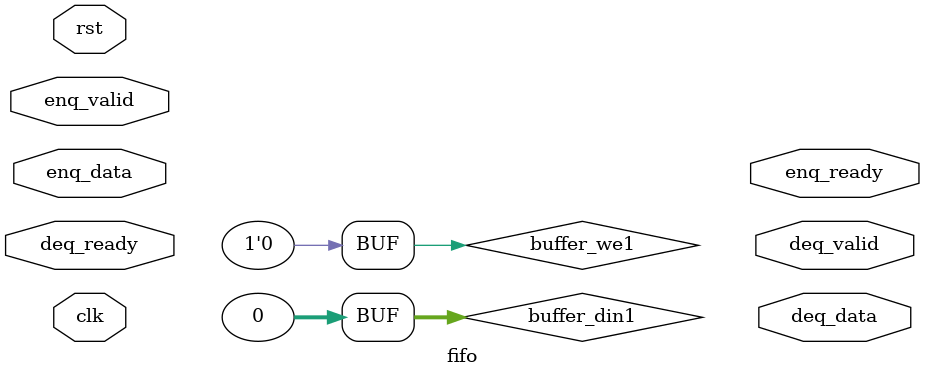
<source format=v>
`timescale 1ns/1ns

module fifo #(
  parameter WIDTH    = 32, // data width is 32-bit
  parameter LOGDEPTH = 3   // 2^3 = 8 entries
) (
  input clk,
  input rst,

  // Write interface (enqueue)
  input  enq_valid,
  input  [WIDTH-1:0] enq_data,
  output enq_ready,

  // Read interface (dequeue)
  output deq_valid,
  output [WIDTH-1:0] deq_data,
  input deq_ready
);

  // For simplicity, we deal with FIFO with depth values of power of two.

  // Dual-port Memory
  // Use port0 for write, port1 for read
  wire [LOGDEPTH-1:0] buffer_addr0, buffer_addr1;
  wire [WIDTH-1:0] buffer_din0, buffer_din1, buffer_dout0, buffer_dout1;
  wire buffer_we0, buffer_we1;

  ASYNC_RAM_DP #(
    .AWIDTH(LOGDEPTH),
    .DWIDTH(WIDTH)
  ) buffer (
    .clk(clk),

    // Port 0
    .q0(buffer_dout0),
    .d0(buffer_din0),
    .addr0(buffer_addr0),
    .we0(buffer_we0),

    // Port 1
    .q1(buffer_dout1),
    .d1(buffer_din1),
    .addr1(buffer_addr1),
    .we1(buffer_we1)
  );

  // Disable write on port1
  assign buffer_we1  = 1'b0;
  assign buffer_din1 = 0;

  wire [LOGDEPTH-1:0] read_ptr_value, read_ptr_next;
  wire read_ptr_ce;
  wire [LOGDEPTH-1:0] write_ptr_value, write_ptr_next;
  wire write_ptr_ce;

  REGISTER_R_CE #(.N(LOGDEPTH)) read_ptr_reg  (
    .q(read_ptr_value),
    .d(read_ptr_next),
    .ce(read_ptr_ce),
    .rst(rst),
    .clk(clk)
  );

  REGISTER_R_CE #(.N(LOGDEPTH)) write_ptr_reg (
    .q(write_ptr_value),
    .d(write_ptr_next),
    .ce(write_ptr_ce),
    .rst(rst),
    .clk(clk)
  );

  // TODO: Your code to implement the FIFO logic
  // Note that:
  // - enq_ready is LOW: FIFO is full
  // - deq_valid is LOW: FIFO is empty

endmodule

</source>
